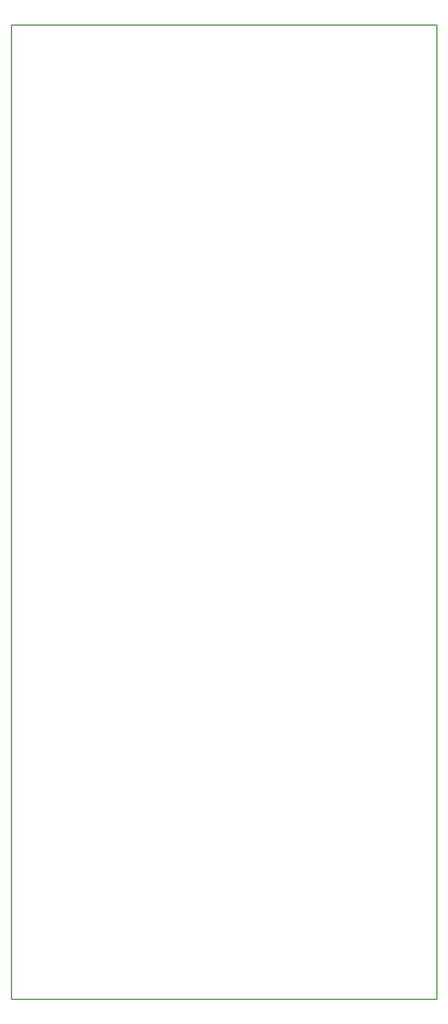
<source format=gm1>
G04*
G04 #@! TF.GenerationSoftware,Altium Limited,Altium Designer,20.0.13 (296)*
G04*
G04 Layer_Color=16711935*
%FSLAX44Y44*%
%MOMM*%
G71*
G01*
G75*
%ADD10C,0.2540*%
D10*
X839000Y2145000D02*
Y2149000D01*
X-109000D02*
X839000D01*
X-119000Y-40000D02*
X839000D01*
X-119000Y2149000D02*
X-109000D01*
X-119000D02*
X-119000Y-40000D01*
X839000D02*
Y2145000D01*
M02*

</source>
